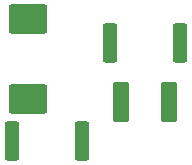
<source format=gbr>
%TF.GenerationSoftware,KiCad,Pcbnew,7.0.8*%
%TF.CreationDate,2023-12-15T10:12:50-05:00*%
%TF.ProjectId,g1 crymax lite,67312063-7279-46d6-9178-206c6974652e,rev?*%
%TF.SameCoordinates,Original*%
%TF.FileFunction,Paste,Top*%
%TF.FilePolarity,Positive*%
%FSLAX46Y46*%
G04 Gerber Fmt 4.6, Leading zero omitted, Abs format (unit mm)*
G04 Created by KiCad (PCBNEW 7.0.8) date 2023-12-15 10:12:50*
%MOMM*%
%LPD*%
G01*
G04 APERTURE LIST*
G04 Aperture macros list*
%AMRoundRect*
0 Rectangle with rounded corners*
0 $1 Rounding radius*
0 $2 $3 $4 $5 $6 $7 $8 $9 X,Y pos of 4 corners*
0 Add a 4 corners polygon primitive as box body*
4,1,4,$2,$3,$4,$5,$6,$7,$8,$9,$2,$3,0*
0 Add four circle primitives for the rounded corners*
1,1,$1+$1,$2,$3*
1,1,$1+$1,$4,$5*
1,1,$1+$1,$6,$7*
1,1,$1+$1,$8,$9*
0 Add four rect primitives between the rounded corners*
20,1,$1+$1,$2,$3,$4,$5,0*
20,1,$1+$1,$4,$5,$6,$7,0*
20,1,$1+$1,$6,$7,$8,$9,0*
20,1,$1+$1,$8,$9,$2,$3,0*%
G04 Aperture macros list end*
%ADD10RoundRect,0.250000X-0.362500X-1.425000X0.362500X-1.425000X0.362500X1.425000X-0.362500X1.425000X0*%
%ADD11RoundRect,0.249999X0.450001X1.450001X-0.450001X1.450001X-0.450001X-1.450001X0.450001X-1.450001X0*%
%ADD12RoundRect,0.250000X-1.400000X-1.000000X1.400000X-1.000000X1.400000X1.000000X-1.400000X1.000000X0*%
G04 APERTURE END LIST*
D10*
%TO.C,R3*%
X37236500Y-19468800D03*
X31311500Y-19468800D03*
%TD*%
D11*
%TO.C,C1*%
X36306000Y-24498000D03*
X32206000Y-24498000D03*
%TD*%
D10*
%TO.C,R4*%
X28922000Y-27800000D03*
X22997000Y-27800000D03*
%TD*%
D12*
%TO.C,D1*%
X24350000Y-17440400D03*
X24350000Y-24240400D03*
%TD*%
M02*

</source>
